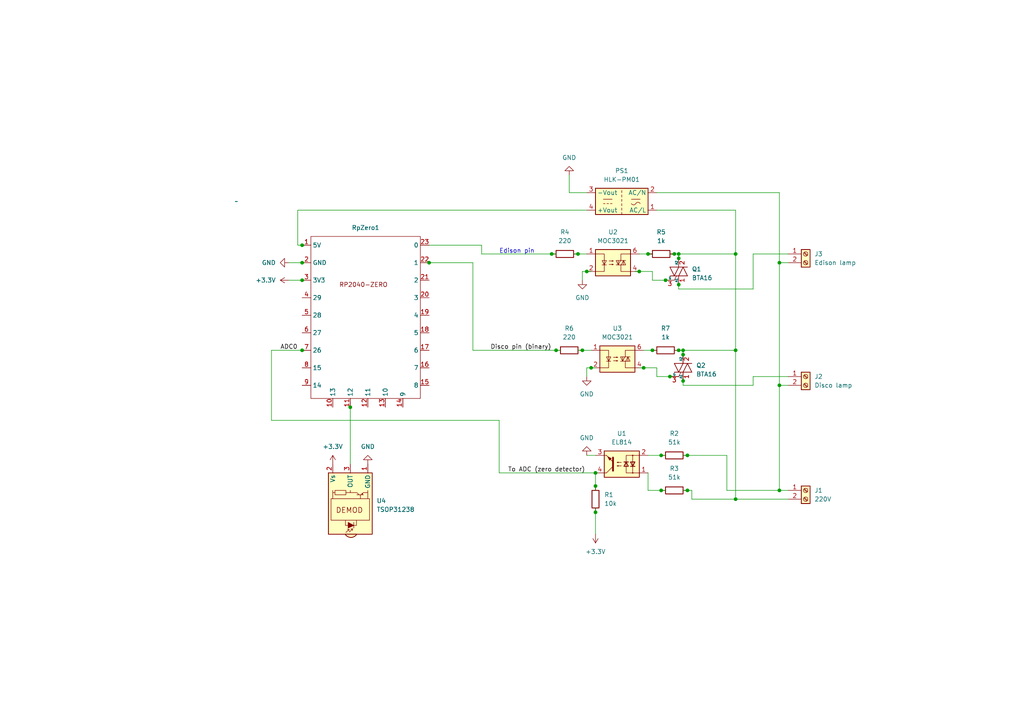
<source format=kicad_sch>
(kicad_sch (version 20230121) (generator eeschema)
  (paper "A4")
  (lib_symbols
    (symbol "Connector:Screw_Terminal_01x02" (pin_names (offset 1.016) hide)
      (property "Reference" "J" (at 0 2.54 0))
      (property "Value" "Screw_Terminal_01x02" (at 0 -5.08 0))
      (symbol "Screw_Terminal_01x02_1_1"
        (rectangle (start -1.27 1.27) (end 1.27 -3.81) (stroke (width 0.254)) (fill (type background)))
        (circle (center 0 -2.54) (radius 0.635) (stroke (width 0.1524)))
        (polyline (pts (xy -0.5334 -2.2098) (xy 0.3302 -3.048)) (stroke (width 0.1524)))
        (polyline (pts (xy -0.5334 0.3302) (xy 0.3302 -0.508)) (stroke (width 0.1524)))
        (polyline (pts (xy -0.3556 -2.032) (xy 0.508 -2.8702)) (stroke (width 0.1524)))
        (polyline (pts (xy -0.3556 0.508) (xy 0.508 -0.3302)) (stroke (width 0.1524)))
        (circle (center 0 0) (radius 0.635) (stroke (width 0.1524)))
        (pin passive line (at -5.08 0 0) (length 3.81) (name "Pin_1") (number "1"))
        (pin passive line (at -5.08 -2.54 0) (length 3.81) (name "Pin_2") (number "2"))
      )
    )
    (symbol "Converter_ACDC:HLK-PM01"
      (property "Reference" "PS" (at 0 5.08 0))
      (property "Value" "HLK-PM01" (at 0 -5.08 0))
      (symbol "HLK-PM01_0_1"
        (rectangle (start -7.62 3.81) (end 7.62 -3.81) (stroke (width 0.254)) (fill (type background)))
        (arc (start -5.334 0.635) (mid -4.699 0.2495) (end -4.064 0.635))
        (arc (start -2.794 0.635) (mid -3.429 1.0072) (end -4.064 0.635))
        (polyline (pts (xy -5.334 -0.635) (xy -2.794 -0.635)))
        (polyline (pts (xy 0 -2.54) (xy 0 -3.175)))
        (polyline (pts (xy 0 -1.27) (xy 0 -1.905)))
        (polyline (pts (xy 0 0) (xy 0 -0.635)))
        (polyline (pts (xy 0 1.27) (xy 0 0.635)))
        (polyline (pts (xy 0 2.54) (xy 0 1.905)))
        (polyline (pts (xy 0 3.81) (xy 0 3.175)))
        (polyline (pts (xy 2.794 -0.635) (xy 5.334 -0.635)))
        (polyline (pts (xy 2.794 0.635) (xy 3.302 0.635)))
        (polyline (pts (xy 3.81 0.635) (xy 4.318 0.635)))
        (polyline (pts (xy 4.826 0.635) (xy 5.334 0.635)))
      )
      (symbol "HLK-PM01_1_1"
        (pin power_in line (at -10.16 2.54 0) (length 2.54) (name "AC/L") (number "1"))
        (pin power_in line (at -10.16 -2.54 0) (length 2.54) (name "AC/N") (number "2"))
        (pin power_out line (at 10.16 -2.54 180) (length 2.54) (name "-Vout") (number "3"))
        (pin power_out line (at 10.16 2.54 180) (length 2.54) (name "+Vout") (number "4"))
      )
    )
    (symbol "Device:R" (pin_numbers hide) (pin_names (offset 0))
      (property "Reference" "R" (at 2.032 0 90))
      (property "Value" "R" (at 0 0 90))
      (symbol "R_0_1"
        (rectangle (start -1.016 -2.54) (end 1.016 2.54) (stroke (width 0.254)))
      )
      (symbol "R_1_1"
        (pin passive line (at 0 3.81 270) (length 1.27) (name "~") (number "1"))
        (pin passive line (at 0 -3.81 90) (length 1.27) (name "~") (number "2"))
      )
    )
    (symbol "Interface_Optical:TSOP312xx"
      (property "Reference" "U" (at -10.16 7.62 0))
      (property "Value" "TSOP312xx" (at -10.16 -7.62 0))
      (symbol "TSOP312xx_0_0"
        (arc (start -10.287 1.397) (mid -11.0899 -0.1852) (end -10.287 -1.778) (stroke (width 0.254)) (fill (type background)))
        (polyline (pts (xy 1.905 -5.08) (xy 0.127 -5.08)))
        (polyline (pts (xy 1.905 5.08) (xy 0.127 5.08)))
        (text "DEMOD" (at -3.175 0.254 900) (effects (font (size 1.524 1.524))))
      )
      (symbol "TSOP312xx_0_1"
        (rectangle (start -6.096 5.588) (end 0.127 -5.588))
        (polyline (pts (xy -8.763 0.381) (xy -9.652 1.27)))
        (polyline (pts (xy -8.763 0.381) (xy -9.271 0.381)))
        (polyline (pts (xy -8.763 0.381) (xy -8.763 0.889)))
        (polyline (pts (xy -8.636 -0.635) (xy -9.525 0.254)))
        (polyline (pts (xy -8.636 -0.635) (xy -9.144 -0.635)))
        (polyline (pts (xy -8.636 -0.635) (xy -8.636 -0.127)))
        (polyline (pts (xy -8.382 -1.016) (xy -6.731 -1.016)))
        (polyline (pts (xy 1.27 -2.921) (xy 0.127 -2.921)))
        (polyline (pts (xy 1.27 -1.905) (xy 1.27 -3.81)))
        (polyline (pts (xy 1.397 -3.556) (xy 1.524 -3.556)))
        (polyline (pts (xy 1.651 -3.556) (xy 1.524 -3.556)))
        (polyline (pts (xy 1.651 -3.556) (xy 1.651 -3.302)))
        (polyline (pts (xy 1.905 0) (xy 1.905 1.27)))
        (polyline (pts (xy 1.905 4.445) (xy 1.905 5.08) (xy 2.54 5.08)))
        (polyline (pts (xy -8.382 0.635) (xy -6.731 0.635) (xy -7.62 -1.016) (xy -8.382 0.635)) (fill (type outline)))
        (polyline (pts (xy -6.096 1.397) (xy -7.62 1.397) (xy -7.62 -1.778) (xy -6.096 -1.778)))
        (polyline (pts (xy 1.27 -3.175) (xy 1.905 -3.81) (xy 1.905 -5.08) (xy 2.54 -5.08)))
        (polyline (pts (xy 1.27 -2.54) (xy 1.905 -1.905) (xy 1.905 0) (xy 2.54 0)))
        (rectangle (start 2.54 1.27) (end 1.27 4.445))
        (rectangle (start 7.62 6.35) (end -10.16 -6.35) (stroke (width 0.254)) (fill (type background)))
      )
      (symbol "TSOP312xx_1_1"
        (pin power_in line (at 10.16 -5.08 180) (length 2.54) (name "GND") (number "1"))
        (pin power_in line (at 10.16 5.08 180) (length 2.54) (name "Vs") (number "2"))
        (pin output line (at 10.16 0 180) (length 2.54) (name "OUT") (number "3"))
      )
    )
    (symbol "Isolator:EL814" (pin_names (offset 1.016))
      (property "Reference" "U" (at -5.334 4.826 0))
      (property "Value" "EL814" (at 0 5.08 0))
      (symbol "EL814_0_1"
        (rectangle (start -5.08 3.81) (end 5.08 -3.81) (stroke (width 0.254)) (fill (type background)))
        (circle (center -3.175 -2.54) (radius 0.127))
        (circle (center -3.175 2.54) (radius 0.127))
        (polyline (pts (xy -3.81 0.635) (xy -2.54 0.635)) (stroke (width 0.254)))
        (polyline (pts (xy -3.175 -0.635) (xy -3.175 -2.54)))
        (polyline (pts (xy -3.175 0.635) (xy -3.175 -0.635)))
        (polyline (pts (xy -3.175 0.635) (xy -3.175 2.54)))
        (polyline (pts (xy -1.905 -0.635) (xy -0.635 -0.635)) (stroke (width 0.254)))
        (polyline (pts (xy -1.27 0.635) (xy -1.27 -0.635)))
        (polyline (pts (xy 2.54 0.635) (xy 4.445 2.54)))
        (polyline (pts (xy 4.445 -2.54) (xy 2.54 -0.635)) (fill (type outline)))
        (polyline (pts (xy 4.445 -2.54) (xy 5.08 -2.54)))
        (polyline (pts (xy 4.445 2.54) (xy 5.08 2.54)))
        (polyline (pts (xy -5.08 2.54) (xy -1.27 2.54) (xy -1.27 0.635)))
        (polyline (pts (xy -1.27 -0.635) (xy -1.27 -2.54) (xy -5.08 -2.54)))
        (polyline (pts (xy 2.54 1.905) (xy 2.54 -1.905) (xy 2.54 -1.905)) (stroke (width 0.508)))
        (polyline (pts (xy -3.175 0.635) (xy -3.81 -0.635) (xy -2.54 -0.635) (xy -3.175 0.635)) (stroke (width 0.254)))
        (polyline (pts (xy -1.27 -0.635) (xy -1.905 0.635) (xy -0.635 0.635) (xy -1.27 -0.635)) (stroke (width 0.254)))
        (polyline (pts (xy 0.127 -0.508) (xy 1.397 -0.508) (xy 1.016 -0.635) (xy 1.016 -0.381) (xy 1.397 -0.508)))
        (polyline (pts (xy 0.127 0.508) (xy 1.397 0.508) (xy 1.016 0.381) (xy 1.016 0.635) (xy 1.397 0.508)))
        (polyline (pts (xy 3.048 -1.651) (xy 3.556 -1.143) (xy 4.064 -2.159) (xy 3.048 -1.651) (xy 3.048 -1.651)) (fill (type outline)))
      )
      (symbol "EL814_1_1"
        (pin passive line (at -7.62 2.54 0) (length 2.54) (name "~") (number "1"))
        (pin passive line (at -7.62 -2.54 0) (length 2.54) (name "~") (number "2"))
        (pin passive line (at 7.62 -2.54 180) (length 2.54) (name "~") (number "3"))
        (pin passive line (at 7.62 2.54 180) (length 2.54) (name "~") (number "4"))
      )
    )
    (symbol "Mylibrary:RP2040-ZERO"
      (property "Reference" "RpZero" (at 0 0 0))
      (symbol "RP2040-ZERO_0_1"
        (rectangle (start 21.59 -10.16) (end 53.34 -57.15))
      )
      (symbol "RP2040-ZERO_1_1"
        (text "RP2040-ZERO\n" (at 36.83 -24.13 0) (effects (font (size 1.27 1.27))))
        (pin power_in line (at 19.05 -12.7 0) (length 2.54) (name "5V") (number "1"))
        (pin bidirectional line (at 27.94 -59.69 90) (length 2.54) (name "13") (number "10"))
        (pin bidirectional line (at 33.02 -59.69 90) (length 2.54) (name "12") (number "11"))
        (pin bidirectional line (at 38.1 -59.69 90) (length 2.54) (name "11") (number "12"))
        (pin bidirectional line (at 43.18 -59.69 90) (length 2.54) (name "10") (number "13"))
        (pin bidirectional line (at 48.26 -59.69 90) (length 2.54) (name "9") (number "14"))
        (pin bidirectional line (at 55.88 -53.34 180) (length 2.54) (name "8") (number "15"))
        (pin bidirectional line (at 55.88 -48.26 180) (length 2.54) (name "7") (number "16"))
        (pin bidirectional line (at 55.88 -43.18 180) (length 2.54) (name "6") (number "17"))
        (pin bidirectional line (at 55.88 -38.1 180) (length 2.54) (name "5") (number "18"))
        (pin bidirectional line (at 55.88 -33.02 180) (length 2.54) (name "4") (number "19"))
        (pin power_in line (at 19.05 -17.78 0) (length 2.54) (name "GND") (number "2"))
        (pin bidirectional line (at 55.88 -27.94 180) (length 2.54) (name "3") (number "20"))
        (pin bidirectional line (at 55.88 -22.86 180) (length 2.54) (name "2") (number "21"))
        (pin bidirectional line (at 55.88 -17.78 180) (length 2.54) (name "1") (number "22"))
        (pin bidirectional line (at 55.88 -12.7 180) (length 2.54) (name "0") (number "23"))
        (pin power_in line (at 19.05 -22.86 0) (length 2.54) (name "3V3") (number "3"))
        (pin bidirectional line (at 19.05 -27.94 0) (length 2.54) (name "29") (number "4"))
        (pin bidirectional line (at 19.05 -33.02 0) (length 2.54) (name "28") (number "5"))
        (pin bidirectional line (at 19.05 -38.1 0) (length 2.54) (name "27") (number "6"))
        (pin bidirectional line (at 19.05 -43.18 0) (length 2.54) (name "26") (number "7"))
        (pin bidirectional line (at 19.05 -48.26 0) (length 2.54) (name "15") (number "8"))
        (pin bidirectional line (at 19.05 -53.34 0) (length 2.54) (name "14") (number "9"))
      )
    )
    (symbol "Relay_SolidState:MOC3021M"
      (property "Reference" "U" (at -5.334 4.826 0))
      (property "Value" "MOC3021M" (at 0 5.08 0))
      (symbol "MOC3021M_0_1"
        (rectangle (start -5.08 3.81) (end 5.08 -3.81) (stroke (width 0.254)) (fill (type background)))
        (polyline (pts (xy -3.175 -0.635) (xy -1.905 -0.635)))
        (polyline (pts (xy 1.524 -0.635) (xy 1.524 0.635)))
        (polyline (pts (xy 3.048 0.635) (xy 3.048 -0.635)))
        (polyline (pts (xy 2.286 -0.635) (xy 2.286 -2.54) (xy 5.08 -2.54)))
        (polyline (pts (xy 2.286 0.635) (xy 2.286 2.54) (xy 5.08 2.54)))
        (polyline (pts (xy -5.08 2.54) (xy -2.54 2.54) (xy -2.54 -2.54) (xy -5.08 -2.54)))
        (polyline (pts (xy -2.54 -0.635) (xy -3.175 0.635) (xy -1.905 0.635) (xy -2.54 -0.635)))
        (polyline (pts (xy 0.889 -0.635) (xy 3.683 -0.635) (xy 3.048 0.635) (xy 2.413 -0.635)))
        (polyline (pts (xy 3.683 0.635) (xy 0.889 0.635) (xy 1.524 -0.635) (xy 2.159 0.635)))
        (polyline (pts (xy -1.143 -0.508) (xy 0.127 -0.508) (xy -0.254 -0.635) (xy -0.254 -0.381) (xy 0.127 -0.508)))
        (polyline (pts (xy -1.143 0.508) (xy 0.127 0.508) (xy -0.254 0.381) (xy -0.254 0.635) (xy 0.127 0.508)))
      )
      (symbol "MOC3021M_1_1"
        (pin passive line (at -7.62 2.54 0) (length 2.54) (name "~") (number "1"))
        (pin passive line (at -7.62 -2.54 0) (length 2.54) (name "~") (number "2"))
        (pin no_connect line (at -5.08 0 0) (length 2.54) hide (name "NC") (number "3"))
        (pin passive line (at 7.62 -2.54 180) (length 2.54) (name "~") (number "4"))
        (pin no_connect line (at 5.08 0 180) (length 2.54) hide (name "NC") (number "5"))
        (pin passive line (at 7.62 2.54 180) (length 2.54) (name "~") (number "6"))
      )
    )
    (symbol "Triac_Thyristor:BTA16-600B" (pin_names (offset 0))
      (property "Reference" "Q" (at 5.08 1.905 0))
      (property "Value" "BTA16-600B" (at 5.08 0 0))
      (symbol "BTA16-600B_0_1"
        (polyline (pts (xy -2.54 -1.27) (xy 2.54 -1.27)) (stroke (width 0.2032)))
        (polyline (pts (xy -2.54 1.27) (xy 2.54 1.27)) (stroke (width 0.2032)))
        (polyline (pts (xy -1.27 -2.54) (xy -0.635 -1.27)))
        (polyline (pts (xy -2.54 1.27) (xy -1.27 -1.27) (xy 0 1.27)) (stroke (width 0.2032)))
        (polyline (pts (xy 0 -1.27) (xy 1.27 1.27) (xy 2.54 -1.27)) (stroke (width 0.2032)))
      )
      (symbol "BTA16-600B_1_1"
        (pin passive line (at 0 -3.81 90) (length 2.54) (name "A1") (number "1"))
        (pin passive line (at 0 3.81 270) (length 2.54) (name "A2") (number "2"))
        (pin input line (at -3.81 -2.54 0) (length 2.54) (name "G") (number "3"))
      )
    )
    (symbol "power:+3.3V" (power) (pin_names (offset 0))
      (property "Value" "+3.3V" (at 0 3.556 0))
      (symbol "+3.3V_0_1"
        (polyline (pts (xy -0.762 1.27) (xy 0 2.54)))
        (polyline (pts (xy 0 0) (xy 0 2.54)))
        (polyline (pts (xy 0 2.54) (xy 0.762 1.27)))
      )
      (symbol "+3.3V_1_1"
        (pin power_in line (at 0 0 90) (length 0) hide (name "+3.3V") (number "1"))
      )
    )
    (symbol "power:GND" (power) (pin_names (offset 0))
      (property "Value" "GND" (at 0 -3.81 0))
      (symbol "GND_0_1"
        (polyline (pts (xy 0 0) (xy 0 -1.27) (xy 1.27 -1.27) (xy 0 -2.54) (xy -1.27 -1.27) (xy 0 -1.27)))
      )
      (symbol "GND_1_1"
        (pin power_in line (at 0 0 270) (length 0) hide (name "GND") (number "1"))
      )
    )
  )
  (junction (at 213.36 73.66))
  (junction (at 124.46 76.2))
  (junction (at 171.45 106.68))
  (junction (at 198.12 102.87))
  (junction (at 193.04 81.28))
  (junction (at 187.96 73.66))
  (junction (at 196.85 74.93))
  (junction (at 87.63 71.12))
  (junction (at 87.63 101.6))
  (junction (at 191.77 132.08))
  (junction (at 226.06 111.76))
  (junction (at 226.06 142.24))
  (junction (at 167.64 73.66))
  (junction (at 101.6 118.11))
  (junction (at 199.39 142.24))
  (junction (at 185.42 78.74))
  (junction (at 198.12 110.49))
  (junction (at 87.63 81.28))
  (junction (at 172.72 148.59))
  (junction (at 170.18 78.74))
  (junction (at 194.31 109.22))
  (junction (at 195.58 73.66))
  (junction (at 213.36 101.6))
  (junction (at 189.23 101.6))
  (junction (at 196.85 82.55))
  (junction (at 87.63 76.2))
  (junction (at 172.72 140.97))
  (junction (at 168.91 101.6))
  (junction (at 161.29 101.6))
  (junction (at 213.36 144.78))
  (junction (at 172.72 137.16))
  (junction (at 226.06 76.2))
  (junction (at 191.77 142.24))
  (junction (at 196.85 73.66))
  (junction (at 199.39 132.08))
  (junction (at 160.02 73.66))
  (junction (at 198.12 101.6))
  (junction (at 186.69 106.68))
  (junction (at 196.85 101.6))
  (wire (pts (xy 218.44 73.66) (xy 228.6 73.66)))
  (wire (pts (xy 191.77 142.24) (xy 193.04 142.24)))
  (wire (pts (xy 200.66 144.78) (xy 213.36 144.78)))
  (wire (pts (xy 184.15 78.74) (xy 185.42 78.74)))
  (wire (pts (xy 86.36 71.12) (xy 87.63 71.12)))
  (wire (pts (xy 172.72 137.16) (xy 144.78 137.16)))
  (wire (pts (xy 187.96 73.66) (xy 189.23 73.66)))
  (wire (pts (xy 226.06 55.88) (xy 226.06 76.2)))
  (wire (pts (xy 194.31 81.28) (xy 193.04 81.28)))
  (wire (pts (xy 196.85 83.82) (xy 218.44 83.82)))
  (wire (pts (xy 228.6 109.22) (xy 218.44 109.22)))
  (wire (pts (xy 210.82 142.24) (xy 210.82 132.08)))
  (wire (pts (xy 139.7 73.66) (xy 139.7 71.12)))
  (wire (pts (xy 168.91 78.74) (xy 170.18 78.74)))
  (wire (pts (xy 172.72 147.32) (xy 172.72 148.59)))
  (wire (pts (xy 171.45 106.68) (xy 172.72 106.68)))
  (wire (pts (xy 190.5 60.96) (xy 213.36 60.96)))
  (wire (pts (xy 187.96 137.16) (xy 187.96 142.24)))
  (wire (pts (xy 194.31 73.66) (xy 195.58 73.66)))
  (wire (pts (xy 185.42 78.74) (xy 189.23 78.74)))
  (wire (pts (xy 87.63 71.12) (xy 88.9 71.12)))
  (wire (pts (xy 137.16 101.6) (xy 161.29 101.6)))
  (wire (pts (xy 101.6 118.11) (xy 101.6 134.62)))
  (wire (pts (xy 185.42 106.68) (xy 186.69 106.68)))
  (wire (pts (xy 185.42 73.66) (xy 187.96 73.66)))
  (wire (pts (xy 172.72 148.59) (xy 172.72 154.94)))
  (wire (pts (xy 78.74 121.92) (xy 78.74 101.6)))
  (wire (pts (xy 196.85 74.93) (xy 196.85 73.66)))
  (wire (pts (xy 189.23 81.28) (xy 189.23 78.74)))
  (wire (pts (xy 187.96 142.24) (xy 191.77 142.24)))
  (wire (pts (xy 210.82 142.24) (xy 226.06 142.24)))
  (wire (pts (xy 195.58 101.6) (xy 196.85 101.6)))
  (wire (pts (xy 189.23 101.6) (xy 190.5 101.6)))
  (wire (pts (xy 172.72 137.16) (xy 172.72 140.97)))
  (wire (pts (xy 198.12 101.6) (xy 213.36 101.6)))
  (wire (pts (xy 193.04 81.28) (xy 189.23 81.28)))
  (wire (pts (xy 218.44 109.22) (xy 218.44 111.76)))
  (wire (pts (xy 191.77 132.08) (xy 193.04 132.08)))
  (wire (pts (xy 195.58 73.66) (xy 196.85 73.66)))
  (wire (pts (xy 170.18 60.96) (xy 86.36 60.96)))
  (wire (pts (xy 186.69 106.68) (xy 190.5 106.68)))
  (wire (pts (xy 87.63 101.6) (xy 88.9 101.6)))
  (wire (pts (xy 190.5 55.88) (xy 226.06 55.88)))
  (wire (pts (xy 226.06 142.24) (xy 226.06 111.76)))
  (wire (pts (xy 165.1 55.88) (xy 165.1 50.8)))
  (wire (pts (xy 196.85 101.6) (xy 198.12 101.6)))
  (wire (pts (xy 196.85 81.28) (xy 196.85 82.55)))
  (wire (pts (xy 168.91 101.6) (xy 171.45 101.6)))
  (wire (pts (xy 170.18 106.68) (xy 171.45 106.68)))
  (wire (pts (xy 198.12 132.08) (xy 199.39 132.08)))
  (wire (pts (xy 137.16 101.6) (xy 137.16 76.2)))
  (wire (pts (xy 198.12 142.24) (xy 199.39 142.24)))
  (wire (pts (xy 167.64 101.6) (xy 168.91 101.6)))
  (wire (pts (xy 168.91 81.28) (xy 168.91 78.74)))
  (wire (pts (xy 172.72 140.97) (xy 172.72 142.24)))
  (wire (pts (xy 170.18 132.08) (xy 172.72 132.08)))
  (wire (pts (xy 218.44 83.82) (xy 218.44 73.66)))
  (wire (pts (xy 213.36 73.66) (xy 213.36 101.6)))
  (wire (pts (xy 86.36 60.96) (xy 86.36 71.12)))
  (wire (pts (xy 198.12 109.22) (xy 198.12 110.49)))
  (wire (pts (xy 200.66 144.78) (xy 200.66 142.24)))
  (wire (pts (xy 195.58 109.22) (xy 194.31 109.22)))
  (wire (pts (xy 101.6 116.84) (xy 101.6 118.11)))
  (wire (pts (xy 144.78 137.16) (xy 144.78 121.92)))
  (wire (pts (xy 196.85 76.2) (xy 196.85 74.93)))
  (wire (pts (xy 170.18 78.74) (xy 171.45 78.74)))
  (wire (pts (xy 196.85 82.55) (xy 196.85 83.82)))
  (wire (pts (xy 198.12 110.49) (xy 198.12 111.76)))
  (wire (pts (xy 83.82 76.2) (xy 87.63 76.2)))
  (wire (pts (xy 87.63 76.2) (xy 88.9 76.2)))
  (wire (pts (xy 194.31 109.22) (xy 190.5 109.22)))
  (wire (pts (xy 139.7 71.12) (xy 124.46 71.12)))
  (wire (pts (xy 170.18 55.88) (xy 165.1 55.88)))
  (wire (pts (xy 196.85 73.66) (xy 213.36 73.66)))
  (wire (pts (xy 87.63 81.28) (xy 88.9 81.28)))
  (wire (pts (xy 226.06 76.2) (xy 228.6 76.2)))
  (wire (pts (xy 161.29 73.66) (xy 160.02 73.66)))
  (wire (pts (xy 199.39 142.24) (xy 200.66 142.24)))
  (wire (pts (xy 161.29 101.6) (xy 162.56 101.6)))
  (wire (pts (xy 226.06 142.24) (xy 228.6 142.24)))
  (wire (pts (xy 198.12 104.14) (xy 198.12 102.87)))
  (wire (pts (xy 198.12 102.87) (xy 198.12 101.6)))
  (wire (pts (xy 144.78 121.92) (xy 78.74 121.92)))
  (wire (pts (xy 190.5 109.22) (xy 190.5 106.68)))
  (wire (pts (xy 218.44 111.76) (xy 198.12 111.76)))
  (wire (pts (xy 186.69 101.6) (xy 189.23 101.6)))
  (wire (pts (xy 213.36 144.78) (xy 228.6 144.78)))
  (wire (pts (xy 226.06 111.76) (xy 226.06 76.2)))
  (wire (pts (xy 199.39 132.08) (xy 210.82 132.08)))
  (wire (pts (xy 226.06 111.76) (xy 228.6 111.76)))
  (wire (pts (xy 167.64 73.66) (xy 170.18 73.66)))
  (wire (pts (xy 213.36 101.6) (xy 213.36 144.78)))
  (wire (pts (xy 213.36 60.96) (xy 213.36 73.66)))
  (wire (pts (xy 139.7 73.66) (xy 160.02 73.66)))
  (wire (pts (xy 78.74 101.6) (xy 87.63 101.6)))
  (wire (pts (xy 170.18 109.22) (xy 170.18 106.68)))
  (wire (pts (xy 166.37 73.66) (xy 167.64 73.66)))
  (wire (pts (xy 121.92 76.2) (xy 124.46 76.2)))
  (wire (pts (xy 83.82 81.28) (xy 87.63 81.28)))
  (wire (pts (xy 187.96 132.08) (xy 191.77 132.08)))
  (wire (pts (xy 124.46 76.2) (xy 137.16 76.2)))
  (text "Edison pin\n" (at 144.78 73.66 0) (effects (font (size 1.27 1.27)) (justify left bottom)))
  (label "ADC0" (at 81.28 101.6 0))
  (label "To ADC (zero detector)" (at 147.32 137.16 0))
  (label "Disco pin (binary)" (at 142.24 101.6 0))
  (symbol (lib_id "Device:R") (at 195.58 132.08 90) (unit 1)
    (property "Reference" "R2" (at 195.58 125.73 90))
    (property "Value" "51k" (at 195.58 128.27 90))
    (property "Footprint" "Resistor_THT:R_Axial_DIN0414_L11.9mm_D4.5mm_P15.24mm_Horizontal" (effects hide))
  )
  (symbol (lib_id "Isolator:EL814") (at 180.34 134.62 180) (unit 1)
    (property "Reference" "U1" (at 180.34 125.73 0))
    (property "Value" "EL814" (at 180.34 128.27 0))
    (property "Footprint" "Package_DIP:DIP-4_W7.62mm" (effects hide))
    (property "Datasheet" "http://www.everlight.com/file/ProductFile/EL814.pdf" (effects hide))
  )
  (symbol (lib_id "Interface_Optical:TSOP312xx") (at 101.6 144.78 90) (unit 1)
    (property "Reference" "U4" (at 109.22 145.2449 90) (effects (justify right)))
    (property "Value" "TSOP31238" (at 109.22 147.7849 90) (effects (justify right)))
    (property "Footprint" "OptoDevice:Vishay_CAST-3Pin" (effects hide))
    (property "Datasheet" "http://www.vishay.com/docs/82492/tsop312.pdf" (effects hide))
  )
  (symbol (lib_id "power:+3.3V") (at 96.52 134.62 0) (unit 1)
    (property "Reference" "#PWR08" (effects hide))
    (property "Value" "+3.3V" (at 96.52 129.54 0))
  )
  (symbol (lib_id "Device:R") (at 193.04 101.6 270) (unit 1)
    (property "Reference" "R7" (at 193.04 95.25 90))
    (property "Value" "1k" (at 193.04 97.79 90))
    (property "Footprint" "Resistor_THT:R_Axial_DIN0207_L6.3mm_D2.5mm_P10.16mm_Horizontal" (effects hide))
  )
  (symbol (lib_id "Connector:Screw_Terminal_01x02") (at 233.68 142.24 0) (unit 1)
    (property "Reference" "J1" (at 236.22 142.24 0) (effects (justify left)))
    (property "Value" "220V" (at 236.22 144.78 0) (effects (justify left)))
  )
  (symbol (lib_id "Connector:Screw_Terminal_01x02") (at 233.68 73.66 0) (unit 1)
    (property "Reference" "J3" (at 236.22 73.66 0) (effects (justify left)))
    (property "Value" "Edison lamp" (at 236.22 76.2 0) (effects (justify left)))
  )
  (symbol (lib_id "power:GND") (at 83.82 76.2 270) (unit 1)
    (property "Reference" "#PWR06" (effects hide))
    (property "Value" "GND" (at 80.01 76.2 90) (effects (justify right)))
  )
  (symbol (lib_id "power:GND") (at 106.68 134.62 180) (unit 1)
    (property "Reference" "#PWR09" (effects hide))
    (property "Value" "GND" (at 106.68 129.54 0))
  )
  (symbol (lib_id "power:GND") (at 170.18 132.08 180) (unit 1)
    (property "Reference" "#PWR02" (effects hide))
    (property "Value" "GND" (at 170.18 127 0))
  )
  (symbol (lib_id "Device:R") (at 191.77 73.66 270) (unit 1)
    (property "Reference" "R5" (at 191.77 67.31 90))
    (property "Value" "1k" (at 191.77 69.85 90))
    (property "Footprint" "Resistor_THT:R_Axial_DIN0207_L6.3mm_D2.5mm_P10.16mm_Horizontal" (effects hide))
  )
  (symbol (lib_id "Device:R") (at 195.58 142.24 90) (unit 1)
    (property "Reference" "R3" (at 195.58 135.89 90))
    (property "Value" "51k" (at 195.58 138.43 90))
    (property "Footprint" "Resistor_THT:R_Axial_DIN0414_L11.9mm_D4.5mm_P15.24mm_Horizontal" (effects hide))
  )
  (symbol (lib_id "power:GND") (at 168.91 81.28 0) (unit 1)
    (property "Reference" "#PWR03" (effects hide))
    (property "Value" "GND" (at 168.91 86.36 0))
  )
  (symbol (lib_id "Device:R") (at 172.72 144.78 0) (unit 1)
    (property "Reference" "R1" (at 175.26 143.51 0) (effects (justify left)))
    (property "Value" "10k" (at 175.26 146.05 0) (effects (justify left)))
    (property "Footprint" "Resistor_THT:R_Axial_DIN0207_L6.3mm_D2.5mm_P10.16mm_Horizontal" (effects hide))
  )
  (symbol (lib_id "Device:R") (at 165.1 101.6 90) (unit 1)
    (property "Reference" "R6" (at 165.1 95.25 90))
    (property "Value" "220" (at 165.1 97.79 90))
    (property "Footprint" "Resistor_THT:R_Axial_DIN0207_L6.3mm_D2.5mm_P10.16mm_Horizontal" (effects hide))
  )
  (symbol (lib_id "Relay_SolidState:MOC3021M") (at 179.07 104.14 0) (unit 1)
    (property "Reference" "U3" (at 179.07 95.25 0))
    (property "Value" "MOC3021" (at 179.07 97.79 0))
    (property "Footprint" "Package_DIP:DIP-6_W7.62mm" (effects hide))
    (property "Datasheet" "https://www.onsemi.com/pub/Collateral/MOC3023M-D.PDF" (effects hide))
  )
  (symbol (lib_id "Connector:Screw_Terminal_01x02") (at 233.68 109.22 0) (unit 1)
    (property "Reference" "J2" (at 236.22 109.22 0) (effects (justify left)))
    (property "Value" "Disco lamp" (at 236.22 111.76 0) (effects (justify left)))
  )
  (symbol (lib_id "Mylibrary:RP2040-ZERO") (at 68.58 58.42 0) (unit 1)
    (property "Reference" "RpZero1" (at 106.045 66.04 0))
    (property "Value" "~" (at 68.58 58.42 0))
  )
  (symbol (lib_id "power:+3.3V") (at 172.72 154.94 180) (unit 1)
    (property "Reference" "#PWR01" (effects hide))
    (property "Value" "+3.3V" (at 172.72 160.02 0))
  )
  (symbol (lib_id "Triac_Thyristor:BTA16-600B") (at 196.85 78.74 0) (unit 1)
    (property "Reference" "Q1" (at 200.66 78.0542 0) (effects (justify left)))
    (property "Value" "BTA16" (at 200.66 80.5942 0) (effects (justify left)))
    (property "Footprint" "Package_TO_SOT_THT:TO-220-3_Vertical" (effects hide))
    (property "Datasheet" "https://www.st.com/resource/en/datasheet/bta16.pdf" (effects hide))
  )
  (symbol (lib_id "power:+3.3V") (at 83.82 81.28 90) (unit 1)
    (property "Reference" "#PWR07" (effects hide))
    (property "Value" "+3.3V" (at 80.01 81.28 90) (effects (justify left)))
  )
  (symbol (lib_id "power:GND") (at 165.1 50.8 180) (unit 1)
    (property "Reference" "#PWR05" (effects hide))
    (property "Value" "GND" (at 165.1 45.72 0))
  )
  (symbol (lib_id "Relay_SolidState:MOC3021M") (at 177.8 76.2 0) (unit 1)
    (property "Reference" "U2" (at 177.8 67.31 0))
    (property "Value" "MOC3021" (at 177.8 69.85 0))
    (property "Footprint" "Package_DIP:DIP-6_W7.62mm" (effects hide))
    (property "Datasheet" "https://www.onsemi.com/pub/Collateral/MOC3023M-D.PDF" (effects hide))
  )
  (symbol (lib_id "Triac_Thyristor:BTA16-600B") (at 198.12 106.68 0) (unit 1)
    (property "Reference" "Q2" (at 201.93 105.9942 0) (effects (justify left)))
    (property "Value" "BTA16" (at 201.93 108.5342 0) (effects (justify left)))
    (property "Footprint" "Package_TO_SOT_THT:TO-220-3_Vertical" (effects hide))
    (property "Datasheet" "https://www.st.com/resource/en/datasheet/bta16.pdf" (effects hide))
  )
  (symbol (lib_id "power:GND") (at 170.18 109.22 0) (unit 1)
    (property "Reference" "#PWR04" (effects hide))
    (property "Value" "GND" (at 170.18 114.3 0))
  )
  (symbol (lib_id "Device:R") (at 163.83 73.66 90) (unit 1)
    (property "Reference" "R4" (at 163.83 67.31 90))
    (property "Value" "220" (at 163.83 69.85 90))
    (property "Footprint" "Resistor_THT:R_Axial_DIN0207_L6.3mm_D2.5mm_P10.16mm_Horizontal" (effects hide))
  )
  (symbol (lib_id "Converter_ACDC:HLK-PM01") (at 180.34 58.42 180) (unit 1)
    (property "Reference" "PS1" (at 180.34 49.53 0))
    (property "Value" "HLK-PM01" (at 180.34 52.07 0))
    (property "Footprint" "Converter_ACDC:Converter_ACDC_HiLink_HLK-PMxx" (effects hide))
    (property "Datasheet" "http://www.hlktech.net/product_detail.php?ProId=54" (effects hide))
  )
)
</source>
